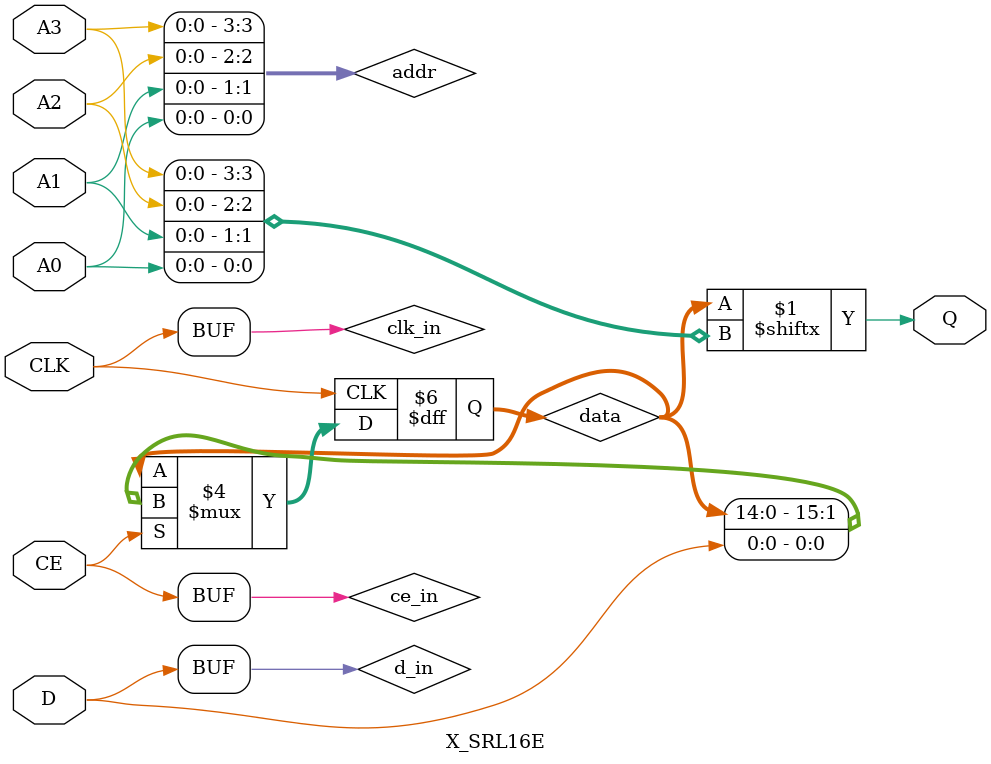
<source format=v>

`timescale 1 ps/1 ps

module X_SRL16E (Q, A0, A1, A2, A3, CE, CLK, D);

  parameter INIT = 16'h0000;

  output Q;
  input  A0, A1, A2, A3, CE, CLK, D;

  reg  [5:0]  count;
  reg  [15:0] data;
  wire [3:0]  addr;
  wire d_in, ce_in, clk_in;

  buf b_d (d_in, D);
  buf b_ce (ce_in, CE);
  buf b_clk (clk_in, CLK);

  buf b_a3 (addr[3], A3);
  buf b_a2 (addr[2], A2);
  buf b_a1 (addr[1], A1);
  buf b_a0 (addr[0], A0);

  assign Q = data[addr];

// synopsys translate_off
  initial begin
    for (count = 0; count < 16; count = count + 1)
      data[count] <= INIT[count];
  end
// synopsys translate_on

  always @(posedge clk_in) begin
    if (ce_in == 1'b1) begin
      {data[15:0]} <= {data[14:0], d_in};
    end
  end

endmodule

</source>
